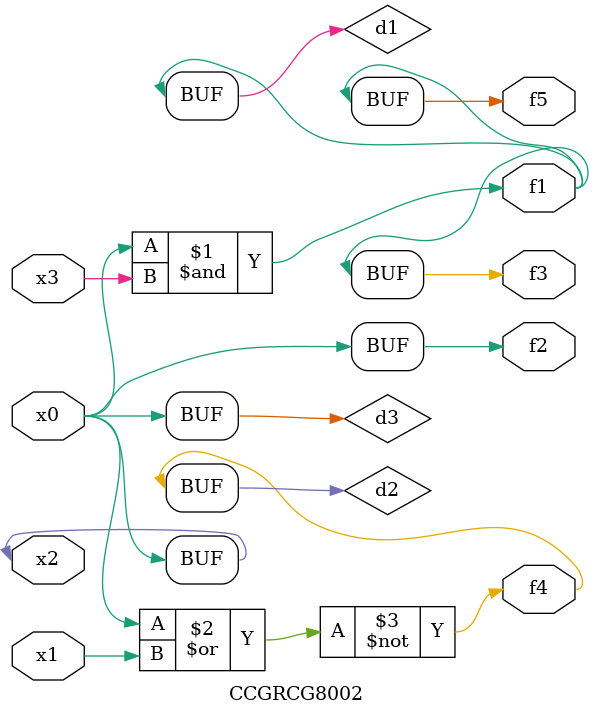
<source format=v>
module CCGRCG8002(
	input x0, x1, x2, x3,
	output f1, f2, f3, f4, f5
);

	wire d1, d2, d3;

	and (d1, x2, x3);
	nor (d2, x0, x1);
	buf (d3, x0, x2);
	assign f1 = d1;
	assign f2 = d3;
	assign f3 = d1;
	assign f4 = d2;
	assign f5 = d1;
endmodule

</source>
